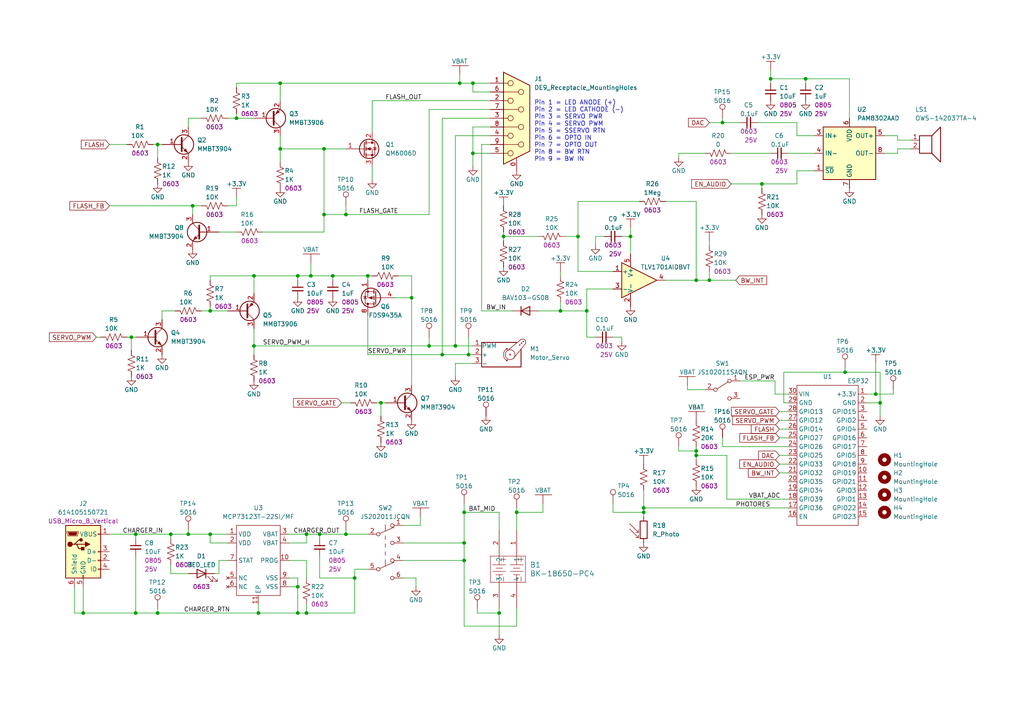
<source format=kicad_sch>
(kicad_sch (version 20230121) (generator eeschema)
  (paper "A4")
  (lib_symbols
    (symbol "Amplifier_Audio:PAM8302AAD"
      (property "Reference" "U" (at 7.62 11.43 0))
      (property "Value" "PAM8302AAD" (at 7.62 8.89 0))
      (symbol "PAM8302AAD_1_1"
        (pin input line (at -10.16 -5.08 0) (length 2.54) (name "~{SD}") (number "1"))
        (pin no_connect line (at 7.62 -5.08 180) (length 2.54) hide (name "NC") (number "2"))
        (pin input line (at -10.16 5.08 0) (length 2.54) (name "IN+") (number "3"))
        (pin input line (at -10.16 0 0) (length 2.54) (name "IN-") (number "4"))
        (pin output line (at 10.16 5.08 180) (length 2.54) (name "OUT+") (number "5"))
        (pin power_in line (at 0 10.16 270) (length 2.54) (name "VDD") (number "6"))
        (pin power_in line (at 0 -10.16 90) (length 2.54) (name "GND") (number "7"))
        (pin output line (at 10.16 0 180) (length 2.54) (name "OUT-") (number "8"))
      )
    )
    (symbol "Amplifier_Operational:TLV172IDCK" (pin_names (offset 0.127))
      (property "Reference" "U" (at 7.62 2.54 0))
      (property "Value" "TLV172IDCK" (at 11.43 -2.54 0))
      (symbol "TLV172IDCK_1_1"
        (pin input line (at -5.08 2.54 0) (length 2.54) (name "+") (number "1"))
        (pin power_in line (at 0 -7.62 90) (length 3.81) (name "V-") (number "2"))
        (pin input line (at -5.08 -2.54 0) (length 2.54) (name "-") (number "3"))
        (pin output line (at 10.16 0 180) (length 2.54) (name "~") (number "4"))
        (pin power_in line (at 0 7.62 270) (length 3.81) (name "V+") (number "5"))
      )
    )
    (symbol "Connector:DE9_Receptacle_MountingHoles" (pin_names (offset 1.016) hide)
      (property "Reference" "J" (at 0 16.51 0))
      (property "Value" "DE9_Receptacle_MountingHoles" (at 0 14.605 0))
      (symbol "DE9_Receptacle_MountingHoles_1_1"
        (pin passive line (at 0 -15.24 90) (length 3.81) (name "PAD") (number "0"))
        (pin passive line (at -7.62 10.16 0) (length 3.81) (name "1") (number "1"))
        (pin passive line (at -7.62 5.08 0) (length 3.81) (name "2") (number "2"))
        (pin passive line (at -7.62 0 0) (length 3.81) (name "3") (number "3"))
        (pin passive line (at -7.62 -5.08 0) (length 3.81) (name "4") (number "4"))
        (pin passive line (at -7.62 -10.16 0) (length 3.81) (name "5") (number "5"))
        (pin passive line (at -7.62 7.62 0) (length 3.81) (name "6") (number "6"))
        (pin passive line (at -7.62 2.54 0) (length 3.81) (name "7") (number "7"))
        (pin passive line (at -7.62 -2.54 0) (length 3.81) (name "8") (number "8"))
        (pin passive line (at -7.62 -7.62 0) (length 3.81) (name "9") (number "9"))
      )
    )
    (symbol "Connector:TestPoint" (pin_numbers hide) (pin_names (offset 0.762) hide)
      (property "Reference" "TP" (at 0 6.858 0))
      (property "Value" "TestPoint" (at 0 5.08 0))
      (symbol "TestPoint_1_1"
        (pin passive line (at 0 0 90) (length 2.54) (name "1") (number "1"))
      )
    )
    (symbol "Connector:USB_B_Micro" (pin_names (offset 1.016))
      (property "Reference" "J" (at -5.08 11.43 0))
      (property "Value" "USB_B_Micro" (at -5.08 8.89 0))
      (symbol "USB_B_Micro_1_1"
        (pin power_out line (at 7.62 5.08 180) (length 2.54) (name "VBUS") (number "1"))
        (pin bidirectional line (at 7.62 -2.54 180) (length 2.54) (name "D-") (number "2"))
        (pin bidirectional line (at 7.62 0 180) (length 2.54) (name "D+") (number "3"))
        (pin passive line (at 7.62 -5.08 180) (length 2.54) (name "ID") (number "4"))
        (pin power_out line (at 0 -10.16 90) (length 2.54) (name "GND") (number "5"))
        (pin passive line (at -2.54 -10.16 90) (length 2.54) (name "Shield") (number "6"))
      )
    )
    (symbol "Device:C_Small" (pin_numbers hide) (pin_names (offset 0.254) hide)
      (property "Reference" "C" (at 0.254 1.778 0))
      (property "Value" "C_Small" (at 0.254 -2.032 0))
      (symbol "C_Small_1_1"
        (pin passive line (at 0 2.54 270) (length 2.032) (name "~") (number "1"))
        (pin passive line (at 0 -2.54 90) (length 2.032) (name "~") (number "2"))
      )
    )
    (symbol "Device:LED" (pin_numbers hide) (pin_names (offset 1.016) hide)
      (property "Reference" "D" (at 0 2.54 0))
      (property "Value" "LED" (at 0 -2.54 0))
      (symbol "LED_1_1"
        (pin passive line (at -3.81 0 0) (length 2.54) (name "K") (number "1"))
        (pin passive line (at 3.81 0 180) (length 2.54) (name "A") (number "2"))
      )
    )
    (symbol "Device:R_Photo" (pin_numbers hide) (pin_names (offset 0))
      (property "Reference" "R" (at 1.27 1.27 0))
      (property "Value" "R_Photo" (at 1.27 0 0))
      (symbol "R_Photo_1_1"
        (pin passive line (at 0 3.81 270) (length 1.27) (name "~") (number "1"))
        (pin passive line (at 0 -3.81 90) (length 1.27) (name "~") (number "2"))
      )
    )
    (symbol "Device:R_US" (pin_numbers hide) (pin_names (offset 0))
      (property "Reference" "R" (at 2.54 0 90))
      (property "Value" "R_US" (at -2.54 0 90))
      (symbol "R_US_1_1"
        (pin passive line (at 0 3.81 270) (length 1.27) (name "~") (number "1"))
        (pin passive line (at 0 -3.81 90) (length 1.27) (name "~") (number "2"))
      )
    )
    (symbol "Device:Speaker" (pin_names (offset 0) hide)
      (property "Reference" "LS" (at 1.27 5.715 0))
      (property "Value" "Speaker" (at 1.27 3.81 0))
      (symbol "Speaker_1_1"
        (pin input line (at -5.08 0 0) (length 2.54) (name "1") (number "1"))
        (pin input line (at -5.08 -2.54 0) (length 2.54) (name "2") (number "2"))
      )
    )
    (symbol "Diode:LL4148" (pin_numbers hide) (pin_names hide)
      (property "Reference" "D" (at 0 2.54 0))
      (property "Value" "LL4148" (at 0 -2.54 0))
      (symbol "LL4148_1_1"
        (pin passive line (at -3.81 0 0) (length 2.54) (name "K") (number "1"))
        (pin passive line (at 3.81 0 180) (length 2.54) (name "A") (number "2"))
      )
    )
    (symbol "Jannett_Symbol_Library:+3.3V" (power) (pin_names (offset 0))
      (property "Value" "+3.3V" (at 0 3.81 0))
      (symbol "+3.3V_1_1"
        (pin power_in line (at 0 0 90) (length 0) hide (name "+3.3V") (number "1"))
      )
    )
    (symbol "Jannett_Symbol_Library:BK-18650-PC4" (pin_names (offset 0.254))
      (property "Reference" "B" (at 11.43 7.62 0))
      (property "Value" "BK-18650-PC4" (at 12.7 5.08 0))
      (symbol "BK-18650-PC4_0_1"
        (pin unspecified line (at 0 0 0) (length 7.62) (name "1") (number "1"))
        (pin unspecified line (at 0 -5.08 0) (length 7.62) (name "2") (number "2"))
        (pin unspecified line (at 22.86 -5.08 180) (length 7.62) (name "3") (number "3"))
        (pin unspecified line (at 22.86 0 180) (length 7.62) (name "4") (number "4"))
      )
    )
    (symbol "Jannett_Symbol_Library:ESP32_Module"
      (property "Reference" "U" (at 0 0 0))
      (symbol "ESP32_Module_1_1"
        (pin power_in line (at -2.54 -3.81 0) (length 2.54) (name "+3.3V") (number "1"))
        (pin bidirectional line (at -2.54 -26.67 0) (length 2.54) (name "GPIO19") (number "10"))
        (pin bidirectional line (at -2.54 -29.21 0) (length 2.54) (name "GPIO21") (number "11"))
        (pin bidirectional line (at -2.54 -31.75 0) (length 2.54) (name "GPIO3") (number "12"))
        (pin bidirectional line (at -2.54 -34.29 0) (length 2.54) (name "GPIO1") (number "13"))
        (pin bidirectional line (at -2.54 -36.83 0) (length 2.54) (name "GPIO22") (number "14"))
        (pin bidirectional line (at -2.54 -39.37 0) (length 2.54) (name "GPIO23") (number "15"))
        (pin bidirectional line (at 20.32 -39.37 180) (length 2.54) (name "EN") (number "16"))
        (pin bidirectional line (at 20.32 -36.83 180) (length 2.54) (name "GPIO36") (number "17"))
        (pin bidirectional line (at 20.32 -34.29 180) (length 2.54) (name "GPIO39") (number "18"))
        (pin bidirectional line (at 20.32 -31.75 180) (length 2.54) (name "GPIO34") (number "19"))
        (pin power_in line (at -2.54 -6.35 0) (length 2.54) (name "GND") (number "2"))
        (pin bidirectional line (at 20.32 -29.21 180) (length 2.54) (name "GPIO35") (number "20"))
        (pin bidirectional line (at 20.32 -26.67 180) (length 2.54) (name "GPIO32") (number "21"))
        (pin bidirectional line (at 20.32 -24.13 180) (length 2.54) (name "GPIO33") (number "22"))
        (pin bidirectional line (at 20.32 -21.59 180) (length 2.54) (name "GPIO25") (number "23"))
        (pin bidirectional line (at 20.32 -19.05 180) (length 2.54) (name "GPIO26") (number "24"))
        (pin bidirectional line (at 20.32 -16.51 180) (length 2.54) (name "GPIO27") (number "25"))
        (pin bidirectional line (at 20.32 -13.97 180) (length 2.54) (name "GPIO14") (number "26"))
        (pin bidirectional line (at 20.32 -11.43 180) (length 2.54) (name "GPIO12") (number "27"))
        (pin bidirectional line (at 20.32 -8.89 180) (length 2.54) (name "GPIO13") (number "28"))
        (pin power_in line (at 20.32 -6.35 180) (length 2.54) (name "GND") (number "29"))
        (pin bidirectional line (at -2.54 -8.89 0) (length 2.54) (name "GPIO15") (number "3"))
        (pin power_in line (at 20.32 -3.81 180) (length 2.54) (name "VIN") (number "30"))
        (pin bidirectional line (at -2.54 -11.43 0) (length 2.54) (name "GPIO2") (number "4"))
        (pin bidirectional line (at -2.54 -13.97 0) (length 2.54) (name "GPIO4") (number "5"))
        (pin bidirectional line (at -2.54 -16.51 0) (length 2.54) (name "GPIO16") (number "6"))
        (pin bidirectional line (at -2.54 -19.05 0) (length 2.54) (name "GPIO17") (number "7"))
        (pin bidirectional line (at -2.54 -21.59 0) (length 2.54) (name "GPIO5") (number "8"))
        (pin bidirectional line (at -2.54 -24.13 0) (length 2.54) (name "GPIO18") (number "9"))
      )
    )
    (symbol "Jannett_Symbol_Library:MCP73123T-22SI/MF"
      (property "Reference" "U" (at 0 2.54 0))
      (property "Value" "MCP73123T-22SI/MF" (at 0 0 0))
      (symbol "MCP73123T-22SI/MF_1_1"
        (pin power_in line (at -8.89 -3.81 0) (length 2.54) (name "VDD") (number "1"))
        (pin input line (at 8.89 -11.43 180) (length 2.54) (name "PROG") (number "10"))
        (pin power_in line (at 0 -24.13 90) (length 2.54) (name "EP") (number "11"))
        (pin power_in line (at -8.89 -6.35 0) (length 2.54) (name "VDD") (number "2"))
        (pin power_out line (at 8.89 -3.81 180) (length 2.54) (name "VBAT") (number "3"))
        (pin power_out line (at 8.89 -6.35 180) (length 2.54) (name "VBAT") (number "4"))
        (pin no_connect line (at -8.89 -16.51 0) (length 2.54) (name "NC") (number "5"))
        (pin no_connect line (at -8.89 -19.05 0) (length 2.54) (name "NC") (number "6"))
        (pin output line (at -8.89 -11.43 0) (length 2.54) (name "STAT") (number "7"))
        (pin power_in line (at 8.89 -19.05 180) (length 2.54) (name "VSS") (number "8"))
        (pin power_in line (at 8.89 -16.51 180) (length 2.54) (name "VSS") (number "9"))
      )
    )
    (symbol "Jannett_Symbol_Library:VBAT" (power) (pin_names (offset 0))
      (property "Value" "VBAT" (at 0 3.81 0))
      (symbol "VBAT_1_1"
        (pin power_in line (at 0 0 90) (length 0) hide (name "VBAT") (number "1"))
      )
    )
    (symbol "Mechanical:MountingHole" (pin_names (offset 1.016))
      (property "Reference" "H" (at 0 5.08 0))
      (property "Value" "MountingHole" (at 0 3.175 0))
    )
    (symbol "Motor:Motor_Servo" (pin_names (offset 0.0254))
      (property "Reference" "M" (at -5.08 4.445 0))
      (property "Value" "Motor_Servo" (at -5.08 -4.064 0))
      (symbol "Motor_Servo_1_1"
        (pin passive line (at -7.62 2.54 0) (length 2.54) (name "PWM") (number "1"))
        (pin passive line (at -7.62 0 0) (length 2.54) (name "+") (number "2"))
        (pin passive line (at -7.62 -2.54 0) (length 2.54) (name "-") (number "3"))
      )
    )
    (symbol "Switch:SW_Push_DPDT" (pin_names (offset 0) hide)
      (property "Reference" "SW" (at 0 8.89 0))
      (property "Value" "SW_Push_DPDT" (at 0 -10.16 0))
      (symbol "SW_Push_DPDT_1_1"
        (pin passive line (at 5.08 7.62 180) (length 2.54) (name "A") (number "1"))
        (pin passive line (at -5.08 5.08 0) (length 2.54) (name "B") (number "2"))
        (pin passive line (at 5.08 2.54 180) (length 2.54) (name "C") (number "3"))
        (pin passive line (at 5.08 -2.54 180) (length 2.54) (name "A") (number "4"))
        (pin passive line (at -5.08 -5.08 0) (length 2.54) (name "B") (number "5"))
        (pin passive line (at 5.08 -7.62 180) (length 2.54) (name "C") (number "6"))
      )
    )
    (symbol "Switch:SW_SPDT" (pin_names (offset 0) hide)
      (property "Reference" "SW" (at 0 4.318 0))
      (property "Value" "SW_SPDT" (at 0 -5.08 0))
      (symbol "SW_SPDT_1_1"
        (pin passive line (at 5.08 2.54 180) (length 2.54) (name "A") (number "1"))
        (pin passive line (at -5.08 0 0) (length 2.54) (name "B") (number "2"))
        (pin passive line (at 5.08 -2.54 180) (length 2.54) (name "C") (number "3"))
      )
    )
    (symbol "Transistor_BJT:MMBT3904" (pin_names (offset 0) hide)
      (property "Reference" "Q" (at 5.08 1.905 0))
      (property "Value" "MMBT3904" (at 5.08 0 0))
      (symbol "MMBT3904_1_1"
        (pin input line (at -5.08 0 0) (length 5.715) (name "B") (number "1"))
        (pin passive line (at 2.54 -5.08 90) (length 2.54) (name "E") (number "2"))
        (pin passive line (at 2.54 5.08 270) (length 2.54) (name "C") (number "3"))
      )
    )
    (symbol "Transistor_BJT:MMBT3906" (pin_names (offset 0) hide)
      (property "Reference" "Q" (at 5.08 1.905 0))
      (property "Value" "MMBT3906" (at 5.08 0 0))
      (symbol "MMBT3906_1_1"
        (pin input line (at -5.08 0 0) (length 5.715) (name "B") (number "1"))
        (pin passive line (at 2.54 -5.08 90) (length 2.54) (name "E") (number "2"))
        (pin passive line (at 2.54 5.08 270) (length 2.54) (name "C") (number "3"))
      )
    )
    (symbol "Transistor_FET:FDS9435A" (pin_names hide)
      (property "Reference" "Q" (at 5.08 1.905 0))
      (property "Value" "FDS9435A" (at 5.08 0 0))
      (symbol "FDS9435A_1_1"
        (pin passive line (at 2.54 -5.08 90) (length 2.54) (name "S") (number "1"))
        (pin passive line (at 2.54 -5.08 90) (length 2.54) hide (name "S") (number "2"))
        (pin passive line (at 2.54 -5.08 90) (length 2.54) hide (name "S") (number "3"))
        (pin passive line (at -5.08 0 0) (length 2.54) (name "G") (number "4"))
        (pin passive line (at 2.54 5.08 270) (length 2.54) hide (name "D") (number "5"))
        (pin passive line (at 2.54 5.08 270) (length 2.54) hide (name "D") (number "6"))
        (pin passive line (at 2.54 5.08 270) (length 2.54) hide (name "D") (number "7"))
        (pin passive line (at 2.54 5.08 270) (length 2.54) (name "D") (number "8"))
      )
    )
    (symbol "Transistor_FET:QM6006D" (pin_names hide)
      (property "Reference" "Q" (at 5.08 1.905 0))
      (property "Value" "QM6006D" (at 5.08 0 0))
      (symbol "QM6006D_1_1"
        (pin input line (at -5.08 0 0) (length 2.54) (name "G") (number "1"))
        (pin passive line (at 2.54 5.08 270) (length 2.54) (name "D") (number "2"))
        (pin passive line (at 2.54 -5.08 90) (length 2.54) (name "S") (number "3"))
      )
    )
    (symbol "power:GND" (power) (pin_names (offset 0))
      (property "Value" "GND" (at 0 -3.81 0))
      (symbol "GND_1_1"
        (pin power_in line (at 0 0 270) (length 0) hide (name "GND") (number "1"))
      )
    )
  )
  (junction (at 90.17 80.01))
  (junction (at 201.93 81.28))
  (junction (at 45.72 41.91))
  (junction (at 124.46 100.33))
  (junction (at 186.69 148.59))
  (junction (at 133.35 24.13))
  (junction (at 254 114.3))
  (junction (at 144.78 177.8))
  (junction (at 39.37 177.8))
  (junction (at 96.52 80.01))
  (junction (at 73.66 100.33))
  (junction (at 45.72 177.8))
  (junction (at 24.13 177.8))
  (junction (at 119.38 86.36))
  (junction (at 100.33 154.94))
  (junction (at 86.36 177.8))
  (junction (at 182.88 68.58))
  (junction (at 209.55 35.56))
  (junction (at 233.68 22.86))
  (junction (at 60.96 154.94))
  (junction (at 137.16 24.13))
  (junction (at 135.89 102.87))
  (junction (at 146.05 68.58))
  (junction (at 88.9 177.8))
  (junction (at 205.74 81.28))
  (junction (at 93.98 43.18))
  (junction (at 60.96 90.17))
  (junction (at 132.08 100.33))
  (junction (at 162.56 90.17))
  (junction (at 92.71 154.94))
  (junction (at 201.93 130.81))
  (junction (at 93.98 62.23))
  (junction (at 73.66 80.01))
  (junction (at 81.28 24.13))
  (junction (at 245.11 107.95))
  (junction (at 86.36 80.01))
  (junction (at 167.64 68.58))
  (junction (at 74.93 177.8))
  (junction (at 49.53 154.94))
  (junction (at 223.52 22.86))
  (junction (at 186.69 147.32))
  (junction (at 149.86 148.59))
  (junction (at 68.58 34.29))
  (junction (at 134.62 148.59))
  (junction (at 134.62 157.48))
  (junction (at 201.93 132.08))
  (junction (at 86.36 170.18))
  (junction (at 88.9 154.94))
  (junction (at 39.37 154.94))
  (junction (at 110.49 116.84))
  (junction (at 170.18 90.17))
  (junction (at 220.98 53.34))
  (junction (at 128.27 102.87))
  (junction (at 81.28 43.18))
  (junction (at 134.62 162.56))
  (junction (at 255.27 116.84))
  (junction (at 54.61 154.94))
  (junction (at 137.16 44.45))
  (junction (at 102.87 167.64))
  (junction (at 38.1 97.79))
  (junction (at 100.33 62.23))
  (junction (at 106.68 80.01))
  (junction (at 55.88 59.69))
  (wire (pts (xy 132.08 100.33) (xy 137.16 100.33)))
  (wire (pts (xy 137.16 24.13) (xy 137.16 26.67)))
  (wire (pts (xy 73.66 95.25) (xy 73.66 100.33)))
  (wire (pts (xy 63.5 67.31) (xy 68.58 67.31)))
  (wire (pts (xy 231.14 35.56) (xy 231.14 39.37)))
  (wire (pts (xy 201.93 129.54) (xy 201.93 130.81)))
  (wire (pts (xy 226.06 119.38) (xy 228.6 119.38)))
  (wire (pts (xy 255.27 107.95) (xy 255.27 116.84)))
  (wire (pts (xy 54.61 34.29) (xy 58.42 34.29)))
  (wire (pts (xy 157.48 146.05) (xy 157.48 148.59)))
  (wire (pts (xy 93.98 62.23) (xy 100.33 62.23)))
  (wire (pts (xy 45.72 176.53) (xy 45.72 177.8)))
  (wire (pts (xy 205.74 78.74) (xy 205.74 81.28)))
  (wire (pts (xy 68.58 25.4) (xy 68.58 24.13)))
  (wire (pts (xy 31.75 154.94) (xy 39.37 154.94)))
  (wire (pts (xy 186.69 142.24) (xy 186.69 147.32)))
  (wire (pts (xy 156.21 90.17) (xy 162.56 90.17)))
  (wire (pts (xy 81.28 43.18) (xy 93.98 43.18)))
  (wire (pts (xy 180.34 68.58) (xy 182.88 68.58)))
  (wire (pts (xy 220.98 53.34) (xy 220.98 54.61)))
  (wire (pts (xy 116.84 162.56) (xy 134.62 162.56)))
  (wire (pts (xy 142.24 44.45) (xy 137.16 44.45)))
  (wire (pts (xy 137.16 36.83) (xy 137.16 44.45)))
  (wire (pts (xy 177.8 148.59) (xy 186.69 148.59)))
  (wire (pts (xy 146.05 68.58) (xy 146.05 69.85)))
  (wire (pts (xy 90.17 80.01) (xy 96.52 80.01)))
  (wire (pts (xy 86.36 177.8) (xy 86.36 170.18)))
  (wire (pts (xy 92.71 154.94) (xy 92.71 156.21)))
  (wire (pts (xy 107.95 29.21) (xy 107.95 38.1)))
  (wire (pts (xy 132.08 105.41) (xy 132.08 109.22)))
  (wire (pts (xy 121.92 152.4) (xy 116.84 152.4)))
  (wire (pts (xy 182.88 66.04) (xy 182.88 68.58)))
  (wire (pts (xy 149.86 148.59) (xy 149.86 153.67)))
  (wire (pts (xy 36.83 97.79) (xy 38.1 97.79)))
  (wire (pts (xy 24.13 170.18) (xy 24.13 177.8)))
  (wire (pts (xy 137.16 105.41) (xy 132.08 105.41)))
  (wire (pts (xy 62.23 166.37) (xy 63.5 166.37)))
  (wire (pts (xy 231.14 39.37) (xy 236.22 39.37)))
  (wire (pts (xy 102.87 167.64) (xy 102.87 165.1)))
  (wire (pts (xy 210.82 132.08) (xy 201.93 132.08)))
  (wire (pts (xy 170.18 90.17) (xy 170.18 83.82)))
  (wire (pts (xy 102.87 177.8) (xy 102.87 167.64)))
  (wire (pts (xy 256.54 39.37) (xy 260.35 39.37)))
  (wire (pts (xy 66.04 34.29) (xy 68.58 34.29)))
  (wire (pts (xy 186.69 147.32) (xy 186.69 148.59)))
  (wire (pts (xy 227.33 107.95) (xy 245.11 107.95)))
  (wire (pts (xy 46.99 92.71) (xy 46.99 90.17)))
  (wire (pts (xy 55.88 62.23) (xy 55.88 59.69)))
  (wire (pts (xy 27.94 97.79) (xy 29.21 97.79)))
  (wire (pts (xy 142.24 26.67) (xy 137.16 26.67)))
  (wire (pts (xy 92.71 161.29) (xy 92.71 167.64)))
  (wire (pts (xy 172.72 68.58) (xy 172.72 71.12)))
  (wire (pts (xy 201.93 132.08) (xy 201.93 133.35)))
  (wire (pts (xy 106.68 91.44) (xy 106.68 102.87)))
  (wire (pts (xy 73.66 100.33) (xy 73.66 102.87)))
  (wire (pts (xy 109.22 116.84) (xy 110.49 116.84)))
  (wire (pts (xy 167.64 78.74) (xy 177.8 78.74)))
  (wire (pts (xy 83.82 162.56) (xy 88.9 162.56)))
  (wire (pts (xy 74.93 175.26) (xy 74.93 177.8)))
  (wire (pts (xy 76.2 67.31) (xy 93.98 67.31)))
  (wire (pts (xy 177.8 97.79) (xy 180.34 97.79)))
  (wire (pts (xy 142.24 29.21) (xy 107.95 29.21)))
  (wire (pts (xy 167.64 68.58) (xy 163.83 68.58)))
  (wire (pts (xy 149.86 147.32) (xy 149.86 148.59)))
  (wire (pts (xy 224.79 114.3) (xy 228.6 114.3)))
  (wire (pts (xy 226.06 132.08) (xy 228.6 132.08)))
  (wire (pts (xy 83.82 154.94) (xy 88.9 154.94)))
  (wire (pts (xy 170.18 83.82) (xy 177.8 83.82)))
  (wire (pts (xy 185.42 58.42) (xy 167.64 58.42)))
  (wire (pts (xy 259.08 113.03) (xy 259.08 114.3)))
  (wire (pts (xy 204.47 44.45) (xy 196.85 44.45)))
  (wire (pts (xy 260.35 39.37) (xy 260.35 40.64)))
  (wire (pts (xy 177.8 146.05) (xy 177.8 148.59)))
  (wire (pts (xy 49.53 154.94) (xy 49.53 156.21)))
  (wire (pts (xy 100.33 153.67) (xy 100.33 154.94)))
  (wire (pts (xy 144.78 148.59) (xy 144.78 153.67)))
  (wire (pts (xy 60.96 80.01) (xy 73.66 80.01)))
  (wire (pts (xy 106.68 102.87) (xy 128.27 102.87)))
  (wire (pts (xy 124.46 97.79) (xy 124.46 100.33)))
  (wire (pts (xy 228.6 144.78) (xy 210.82 144.78)))
  (wire (pts (xy 68.58 33.02) (xy 68.58 34.29)))
  (wire (pts (xy 24.13 177.8) (xy 39.37 177.8)))
  (wire (pts (xy 38.1 97.79) (xy 39.37 97.79)))
  (wire (pts (xy 223.52 22.86) (xy 223.52 24.13)))
  (wire (pts (xy 228.6 116.84) (xy 227.33 116.84)))
  (wire (pts (xy 114.3 86.36) (xy 119.38 86.36)))
  (wire (pts (xy 254 105.41) (xy 254 114.3)))
  (wire (pts (xy 54.61 153.67) (xy 54.61 154.94)))
  (wire (pts (xy 142.24 34.29) (xy 128.27 34.29)))
  (wire (pts (xy 90.17 76.2) (xy 90.17 80.01)))
  (wire (pts (xy 128.27 102.87) (xy 135.89 102.87)))
  (wire (pts (xy 110.49 116.84) (xy 111.76 116.84)))
  (wire (pts (xy 245.11 106.68) (xy 245.11 107.95)))
  (wire (pts (xy 86.36 80.01) (xy 86.36 81.28)))
  (wire (pts (xy 44.45 41.91) (xy 45.72 41.91)))
  (wire (pts (xy 116.84 157.48) (xy 134.62 157.48)))
  (wire (pts (xy 210.82 144.78) (xy 210.82 132.08)))
  (wire (pts (xy 156.21 68.58) (xy 146.05 68.58)))
  (wire (pts (xy 88.9 175.26) (xy 88.9 177.8)))
  (wire (pts (xy 137.16 24.13) (xy 142.24 24.13)))
  (wire (pts (xy 134.62 157.48) (xy 134.62 162.56)))
  (wire (pts (xy 233.68 22.86) (xy 233.68 24.13)))
  (wire (pts (xy 205.74 35.56) (xy 209.55 35.56)))
  (wire (pts (xy 21.59 170.18) (xy 21.59 177.8)))
  (wire (pts (xy 186.69 147.32) (xy 228.6 147.32)))
  (wire (pts (xy 86.36 170.18) (xy 83.82 170.18)))
  (wire (pts (xy 49.53 154.94) (xy 54.61 154.94)))
  (wire (pts (xy 102.87 165.1) (xy 106.68 165.1)))
  (wire (pts (xy 144.78 177.8) (xy 144.78 184.15)))
  (wire (pts (xy 135.89 102.87) (xy 137.16 102.87)))
  (wire (pts (xy 146.05 67.31) (xy 146.05 68.58)))
  (wire (pts (xy 223.52 20.32) (xy 223.52 22.86)))
  (wire (pts (xy 167.64 68.58) (xy 167.64 78.74)))
  (wire (pts (xy 170.18 97.79) (xy 172.72 97.79)))
  (wire (pts (xy 170.18 90.17) (xy 170.18 97.79)))
  (wire (pts (xy 138.43 176.53) (xy 138.43 177.8)))
  (wire (pts (xy 186.69 148.59) (xy 186.69 149.86)))
  (wire (pts (xy 251.46 114.3) (xy 254 114.3)))
  (wire (pts (xy 60.96 88.9) (xy 60.96 90.17)))
  (wire (pts (xy 93.98 43.18) (xy 100.33 43.18)))
  (wire (pts (xy 220.98 53.34) (xy 231.14 53.34)))
  (wire (pts (xy 209.55 129.54) (xy 228.6 129.54)))
  (wire (pts (xy 49.53 163.83) (xy 49.53 166.37)))
  (wire (pts (xy 139.7 90.17) (xy 148.59 90.17)))
  (wire (pts (xy 255.27 116.84) (xy 255.27 120.65)))
  (wire (pts (xy 81.28 43.18) (xy 81.28 46.99)))
  (wire (pts (xy 96.52 80.01) (xy 106.68 80.01)))
  (wire (pts (xy 212.09 44.45) (xy 223.52 44.45)))
  (wire (pts (xy 137.16 44.45) (xy 137.16 48.26)))
  (wire (pts (xy 180.34 97.79) (xy 180.34 99.06)))
  (wire (pts (xy 196.85 130.81) (xy 201.93 130.81)))
  (wire (pts (xy 134.62 148.59) (xy 144.78 148.59)))
  (wire (pts (xy 212.09 53.34) (xy 220.98 53.34)))
  (wire (pts (xy 256.54 44.45) (xy 260.35 44.45)))
  (wire (pts (xy 100.33 62.23) (xy 124.46 62.23)))
  (wire (pts (xy 100.33 154.94) (xy 106.68 154.94)))
  (wire (pts (xy 39.37 177.8) (xy 45.72 177.8)))
  (wire (pts (xy 227.33 116.84) (xy 227.33 107.95)))
  (wire (pts (xy 236.22 49.53) (xy 231.14 49.53)))
  (wire (pts (xy 134.62 157.48) (xy 134.62 148.59)))
  (wire (pts (xy 45.72 41.91) (xy 45.72 45.72)))
  (wire (pts (xy 162.56 90.17) (xy 170.18 90.17)))
  (wire (pts (xy 135.89 97.79) (xy 135.89 102.87)))
  (wire (pts (xy 74.93 177.8) (xy 86.36 177.8)))
  (wire (pts (xy 224.79 110.49) (xy 224.79 114.3)))
  (wire (pts (xy 31.75 59.69) (xy 55.88 59.69)))
  (wire (pts (xy 231.14 35.56) (xy 219.71 35.56)))
  (wire (pts (xy 245.11 107.95) (xy 255.27 107.95)))
  (wire (pts (xy 45.72 177.8) (xy 74.93 177.8)))
  (wire (pts (xy 124.46 31.75) (xy 142.24 31.75)))
  (wire (pts (xy 66.04 59.69) (xy 68.58 59.69)))
  (wire (pts (xy 68.58 34.29) (xy 73.66 34.29)))
  (wire (pts (xy 149.86 176.53) (xy 149.86 181.61)))
  (wire (pts (xy 31.75 41.91) (xy 36.83 41.91)))
  (wire (pts (xy 73.66 85.09) (xy 73.66 80.01)))
  (wire (pts (xy 226.06 137.16) (xy 228.6 137.16)))
  (wire (pts (xy 73.66 100.33) (xy 124.46 100.33)))
  (wire (pts (xy 251.46 116.84) (xy 255.27 116.84)))
  (wire (pts (xy 228.6 44.45) (xy 236.22 44.45)))
  (wire (pts (xy 88.9 177.8) (xy 102.87 177.8)))
  (wire (pts (xy 119.38 86.36) (xy 119.38 111.76)))
  (wire (pts (xy 58.42 90.17) (xy 60.96 90.17)))
  (wire (pts (xy 115.57 80.01) (xy 119.38 80.01)))
  (wire (pts (xy 260.35 40.64) (xy 264.16 40.64)))
  (wire (pts (xy 259.08 114.3) (xy 254 114.3)))
  (wire (pts (xy 88.9 154.94) (xy 92.71 154.94)))
  (wire (pts (xy 199.39 111.76) (xy 199.39 113.03)))
  (wire (pts (xy 201.93 81.28) (xy 205.74 81.28)))
  (wire (pts (xy 60.96 90.17) (xy 66.04 90.17)))
  (wire (pts (xy 81.28 39.37) (xy 81.28 43.18)))
  (wire (pts (xy 92.71 167.64) (xy 102.87 167.64)))
  (wire (pts (xy 119.38 80.01) (xy 119.38 86.36)))
  (wire (pts (xy 49.53 166.37) (xy 54.61 166.37)))
  (wire (pts (xy 88.9 154.94) (xy 88.9 157.48)))
  (wire (pts (xy 226.06 127) (xy 228.6 127)))
  (wire (pts (xy 133.35 21.59) (xy 133.35 24.13)))
  (wire (pts (xy 138.43 177.8) (xy 144.78 177.8)))
  (wire (pts (xy 226.06 121.92) (xy 228.6 121.92)))
  (wire (pts (xy 199.39 113.03) (xy 204.47 113.03)))
  (wire (pts (xy 86.36 80.01) (xy 90.17 80.01)))
  (wire (pts (xy 231.14 49.53) (xy 231.14 53.34)))
  (wire (pts (xy 99.06 116.84) (xy 101.6 116.84)))
  (wire (pts (xy 139.7 41.91) (xy 139.7 90.17)))
  (wire (pts (xy 63.5 162.56) (xy 66.04 162.56)))
  (wire (pts (xy 201.93 130.81) (xy 201.93 132.08)))
  (wire (pts (xy 246.38 22.86) (xy 246.38 34.29)))
  (wire (pts (xy 92.71 154.94) (xy 100.33 154.94)))
  (wire (pts (xy 60.96 157.48) (xy 60.96 154.94)))
  (wire (pts (xy 93.98 43.18) (xy 93.98 62.23)))
  (wire (pts (xy 68.58 24.13) (xy 81.28 24.13)))
  (wire (pts (xy 167.64 58.42) (xy 167.64 68.58)))
  (wire (pts (xy 120.65 167.64) (xy 120.65 170.18)))
  (wire (pts (xy 93.98 67.31) (xy 93.98 62.23)))
  (wire (pts (xy 196.85 44.45) (xy 196.85 45.72)))
  (wire (pts (xy 73.66 80.01) (xy 86.36 80.01)))
  (wire (pts (xy 132.08 100.33) (xy 132.08 39.37)))
  (wire (pts (xy 83.82 167.64) (xy 86.36 167.64)))
  (wire (pts (xy 157.48 148.59) (xy 149.86 148.59)))
  (wire (pts (xy 39.37 154.94) (xy 49.53 154.94)))
  (wire (pts (xy 175.26 68.58) (xy 172.72 68.58)))
  (wire (pts (xy 133.35 24.13) (xy 137.16 24.13)))
  (wire (pts (xy 60.96 81.28) (xy 60.96 80.01)))
  (wire (pts (xy 226.06 124.46) (xy 228.6 124.46)))
  (wire (pts (xy 246.38 22.86) (xy 233.68 22.86)))
  (wire (pts (xy 45.72 41.91) (xy 46.99 41.91)))
  (wire (pts (xy 63.5 166.37) (xy 63.5 162.56)))
  (wire (pts (xy 214.63 110.49) (xy 224.79 110.49)))
  (wire (pts (xy 205.74 81.28) (xy 213.36 81.28)))
  (wire (pts (xy 66.04 157.48) (xy 60.96 157.48)))
  (wire (pts (xy 21.59 177.8) (xy 24.13 177.8)))
  (wire (pts (xy 124.46 62.23) (xy 124.46 31.75)))
  (wire (pts (xy 134.62 146.05) (xy 134.62 148.59)))
  (wire (pts (xy 60.96 154.94) (xy 66.04 154.94)))
  (wire (pts (xy 233.68 22.86) (xy 223.52 22.86)))
  (wire (pts (xy 144.78 176.53) (xy 144.78 177.8)))
  (wire (pts (xy 96.52 80.01) (xy 96.52 81.28)))
  (wire (pts (xy 260.35 44.45) (xy 260.35 43.18)))
  (wire (pts (xy 142.24 41.91) (xy 139.7 41.91)))
  (wire (pts (xy 209.55 127) (xy 209.55 129.54)))
  (wire (pts (xy 260.35 43.18) (xy 264.16 43.18)))
  (wire (pts (xy 134.62 162.56) (xy 134.62 181.61)))
  (wire (pts (xy 226.06 134.62) (xy 228.6 134.62)))
  (wire (pts (xy 149.86 181.61) (xy 134.62 181.61)))
  (wire (pts (xy 162.56 78.74) (xy 162.56 80.01)))
  (wire (pts (xy 209.55 34.29) (xy 209.55 35.56)))
  (wire (pts (xy 116.84 167.64) (xy 120.65 167.64)))
  (wire (pts (xy 124.46 100.33) (xy 132.08 100.33)))
  (wire (pts (xy 107.95 52.07) (xy 107.95 48.26)))
  (wire (pts (xy 88.9 157.48) (xy 83.82 157.48)))
  (wire (pts (xy 196.85 129.54) (xy 196.85 130.81)))
  (wire (pts (xy 162.56 87.63) (xy 162.56 90.17)))
  (wire (pts (xy 81.28 29.21) (xy 81.28 24.13)))
  (wire (pts (xy 86.36 167.64) (xy 86.36 170.18)))
  (wire (pts (xy 88.9 177.8) (xy 86.36 177.8)))
  (wire (pts (xy 128.27 34.29) (xy 128.27 102.87)))
  (wire (pts (xy 106.68 81.28) (xy 106.68 80.01)))
  (wire (pts (xy 88.9 162.56) (xy 88.9 167.64)))
  (wire (pts (xy 39.37 154.94) (xy 39.37 156.21)))
  (wire (pts (xy 110.49 116.84) (xy 110.49 120.65)))
  (wire (pts (xy 142.24 36.83) (xy 137.16 36.83)))
  (wire (pts (xy 205.74 69.85) (xy 205.74 71.12)))
  (wire (pts (xy 54.61 36.83) (xy 54.61 34.29)))
  (wire (pts (xy 209.55 35.56) (xy 214.63 35.56)))
  (wire (pts (xy 106.68 80.01) (xy 107.95 80.01)))
  (wire (pts (xy 121.92 149.86) (xy 121.92 152.4)))
  (wire (pts (xy 81.28 24.13) (xy 133.35 24.13)))
  (wire (pts (xy 201.93 81.28) (xy 193.04 81.28)))
  (wire (pts (xy 38.1 97.79) (xy 38.1 101.6)))
  (wire (pts (xy 55.88 59.69) (xy 58.42 59.69)))
  (wire (pts (xy 182.88 68.58) (xy 182.88 73.66)))
  (wire (pts (xy 68.58 57.15) (xy 68.58 59.69)))
  (wire (pts (xy 54.61 154.94) (xy 60.96 154.94)))
  (wire (pts (xy 132.08 39.37) (xy 142.24 39.37)))
  (wire (pts (xy 100.33 59.69) (xy 100.33 62.23)))
  (wire (pts (xy 39.37 161.29) (xy 39.37 177.8)))
  (wire (pts (xy 193.04 58.42) (xy 201.93 58.42)))
  (wire (pts (xy 201.93 58.42) (xy 201.93 81.28)))
  (wire (pts (xy 46.99 90.17) (xy 50.8 90.17)))
  (text "Pin 1 = LED ANODE (+)\nPin 2 = LED CATHODE (-)\nPin 3 = SERVO PWR\nPin 4 = SERVO PWM\nPin 5 = SSERVO RTN\nPin 6 = OPTO IN\nPin 7 = OPTO OUT\nPin 8 = BW RTN\nPin 9 = BW IN" (at 154.94 46.99 0) (effects (font (size 1.27 1.27)) (justify left bottom)))
  (label "BAT_MID" (at 135.89 148.59 0))
  (label "SERVO_PWR" (at 106.68 102.87 0))
  (label "FLASH_OUT" (at 111.76 29.21 0))
  (label "BW_IN" (at 140.97 90.17 0))
  (label "CHARGER_IN" (at 35.56 154.94 0))
  (label "CHARGER_OUT" (at 85.09 154.94 0))
  (label "SERVO_PWM_H" (at 76.2 100.33 0))
  (label "ESP_PWR" (at 215.9 110.49 0))
  (label "CHARGER_RTN" (at 53.34 177.8 0))
  (label "FLASH_GATE" (at 104.14 62.23 0))
  (label "PHOTORES" (at 213.36 147.32 0))
  (label "VBAT_ADC" (at 217.17 144.78 0))
  (global_label "FLASH_FB" (shape input) (at 226.06 127 180) (property "Intersheetrefs" "${INTERSHEET_REFS}" (effects hide)))
  (global_label "BW_INT" (shape input) (at 226.06 137.16 180) (property "Intersheetrefs" "${INTERSHEET_REFS}" (effects hide)))
  (global_label "FLASH" (shape input) (at 31.75 41.91 180) (property "Intersheetrefs" "${INTERSHEET_REFS}" (effects hide)))
  (global_label "FLASH" (shape input) (at 226.06 124.46 180) (property "Intersheetrefs" "${INTERSHEET_REFS}" (effects hide)))
  (global_label "BW_INT" (shape input) (at 213.36 81.28 0) (property "Intersheetrefs" "${INTERSHEET_REFS}" (effects hide)))
  (global_label "FLASH_FB" (shape input) (at 31.75 59.69 180) (property "Intersheetrefs" "${INTERSHEET_REFS}" (effects hide)))
  (global_label "SERVO_GATE" (shape input) (at 99.06 116.84 180) (property "Intersheetrefs" "${INTERSHEET_REFS}" (effects hide)))
  (global_label "EN_AUDIO" (shape input) (at 226.06 134.62 180) (property "Intersheetrefs" "${INTERSHEET_REFS}" (effects hide)))
  (global_label "SERVO_GATE" (shape input) (at 226.06 119.38 180) (property "Intersheetrefs" "${INTERSHEET_REFS}" (effects hide)))
  (global_label "DAC" (shape input) (at 226.06 132.08 180) (property "Intersheetrefs" "${INTERSHEET_REFS}" (effects hide)))
  (global_label "EN_AUDIO" (shape input) (at 212.09 53.34 180) (property "Intersheetrefs" "${INTERSHEET_REFS}" (effects hide)))
  (global_label "SERVO_PWM" (shape input) (at 27.94 97.79 180) (property "Intersheetrefs" "${INTERSHEET_REFS}" (effects hide)))
  (global_label "SERVO_PWM" (shape input) (at 226.06 121.92 180) (property "Intersheetrefs" "${INTERSHEET_REFS}" (effects hide)))
  (global_label "DAC" (shape input) (at 205.74 35.56 180) (property "Intersheetrefs" "${INTERSHEET_REFS}" (effects hide)))
  (symbol (lib_id "Connector:TestPoint") (at 245.11 106.68 0) (unit 1)
    (property "Reference" "TP6" (at 242.57 99.06 0) (effects (justify left)))
    (property "Value" "5016" (at 242.57 101.6 0) (effects (justify left)))
    (property "Footprint" "Jarrett_Footprint_Library:TestPoint_Keystone_5016_Compact" (effects hide))
  )
  (symbol (lib_id "Device:C_Small") (at 86.36 83.82 0) (unit 1)
    (property "Reference" "C3" (at 88.9 82.5563 0) (effects (justify left)))
    (property "Value" "10uF" (at 88.9 85.0963 0) (effects (justify left)))
    (property "Footprint" "Capacitor_SMD:C_0805_2012Metric_Pad1.18x1.45mm_HandSolder" (effects hide))
    (property "Package" "0805" (at 88.9 87.63 0) (effects (justify left)))
    (property "Voltage" "25V" (at 88.9 90.17 0) (effects (justify left)))
  )
  (symbol (lib_id "Device:C_Small") (at 92.71 158.75 0) (unit 1)
    (property "Reference" "C7" (at 95.25 157.4863 0) (effects (justify left)))
    (property "Value" "10uF" (at 95.25 160.0263 0) (effects (justify left)))
    (property "Footprint" "Capacitor_SMD:C_0805_2012Metric_Pad1.18x1.45mm_HandSolder" (effects hide))
    (property "Package" "0805" (at 95.25 162.56 0) (effects (justify left)))
    (property "Voltage" "25V" (at 95.25 165.1 0) (effects (justify left)))
  )
  (symbol (lib_id "power:GND") (at 96.52 86.36 0) (unit 1)
    (property "Reference" "#PWR032" (effects hide))
    (property "Value" "GND" (at 96.52 90.17 0))
  )
  (symbol (lib_id "Mechanical:MountingHole") (at 256.54 148.59 0) (unit 1)
    (property "Reference" "H4" (at 259.08 147.32 0) (effects (justify left)))
    (property "Value" "MountingHole" (at 259.08 149.86 0) (effects (justify left)))
    (property "Footprint" "MountingHole:MountingHole_3.2mm_M3" (effects hide))
  )
  (symbol (lib_id "Device:C_Small") (at 226.06 44.45 90) (unit 1)
    (property "Reference" "C6" (at 227.33 39.37 90) (effects (justify left)))
    (property "Value" "0.1uF" (at 223.52 41.91 90) (effects (justify right)))
    (property "Footprint" "Capacitor_SMD:C_0603_1608Metric_Pad1.08x0.95mm_HandSolder" (effects hide))
    (property "Package" "0603" (at 223.52 46.99 90) (effects (justify right)))
    (property "Voltage" "25V" (at 224.79 49.53 90) (effects (justify right)))
  )
  (symbol (lib_id "power:GND") (at 110.49 128.27 0) (unit 1)
    (property "Reference" "#PWR015" (effects hide))
    (property "Value" "GND" (at 110.49 132.08 0))
  )
  (symbol (lib_id "Transistor_BJT:MMBT3906") (at 71.12 90.17 0) (mirror x) (unit 1)
    (property "Reference" "Q5" (at 76.2 91.44 0) (effects (justify left)))
    (property "Value" "MMBT3906" (at 76.2 93.98 0) (effects (justify left)))
    (property "Footprint" "Package_TO_SOT_SMD:SOT-23" (effects hide))
    (property "Datasheet" "https://www.onsemi.com/pdf/datasheet/pzt3906-d.pdf" (effects hide))
    (property "Package" "SOT-23" (effects hide))
  )
  (symbol (lib_id "Device:C_Small") (at 96.52 83.82 0) (unit 1)
    (property "Reference" "C4" (at 99.06 82.5563 0) (effects (justify left)))
    (property "Value" "1uF" (at 99.06 85.0963 0) (effects (justify left)))
    (property "Footprint" "Capacitor_SMD:C_0805_2012Metric_Pad1.18x1.45mm_HandSolder" (effects hide))
    (property "Package" "0805" (at 99.06 87.63 0) (effects (justify left)))
    (property "Voltage" "25V" (at 99.06 90.17 0) (effects (justify left)))
  )
  (symbol (lib_id "Mechanical:MountingHole") (at 256.54 133.35 0) (unit 1)
    (property "Reference" "H1" (at 259.08 132.08 0) (effects (justify left)))
    (property "Value" "MountingHole" (at 259.08 134.62 0) (effects (justify left)))
    (property "Footprint" "MountingHole:MountingHole_3.2mm_M3" (effects hide))
  )
  (symbol (lib_id "Device:R_US") (at 105.41 116.84 270) (mirror x) (unit 1)
    (property "Reference" "R10" (at 106.68 111.76 90) (effects (justify right)))
    (property "Value" "10K" (at 106.68 114.3 90) (effects (justify right)))
    (property "Footprint" "Resistor_SMD:R_0603_1608Metric" (effects hide))
    (property "Package" "0603" (at 105.41 119.38 90))
  )
  (symbol (lib_id "power:GND") (at 120.65 170.18 0) (unit 1)
    (property "Reference" "#PWR038" (effects hide))
    (property "Value" "GND" (at 120.65 173.99 0))
  )
  (symbol (lib_id "Device:R_US") (at 33.02 97.79 270) (mirror x) (unit 1)
    (property "Reference" "R5" (at 34.29 92.71 90) (effects (justify right)))
    (property "Value" "10K" (at 34.29 95.25 90) (effects (justify right)))
    (property "Footprint" "Resistor_SMD:R_0603_1608Metric" (effects hide))
    (property "Package" "0603" (at 33.02 100.33 90))
  )
  (symbol (lib_id "Mechanical:MountingHole") (at 256.54 138.43 0) (unit 1)
    (property "Reference" "H2" (at 259.08 137.16 0) (effects (justify left)))
    (property "Value" "MountingHole" (at 259.08 139.7 0) (effects (justify left)))
    (property "Footprint" "MountingHole:MountingHole_3.2mm_M3" (effects hide))
  )
  (symbol (lib_id "power:GND") (at 140.97 120.65 0) (unit 1)
    (property "Reference" "#PWR026" (effects hide))
    (property "Value" "GND" (at 140.97 124.46 0))
  )
  (symbol (lib_id "Motor:Motor_Servo") (at 144.78 102.87 0) (unit 1)
    (property "Reference" "M1" (at 153.67 101.1666 0) (effects (justify left)))
    (property "Value" "Motor_Servo" (at 153.67 103.7066 0) (effects (justify left)))
    (property "Footprint" "Connector_PinHeader_2.54mm:PinHeader_1x03_P2.54mm_Vertical" (effects hide))
    (property "Datasheet" "http://forums.parallax.com/uploads/attachments/46831/74481.png" (effects hide))
  )
  (symbol (lib_id "Device:R_US") (at 205.74 74.93 0) (unit 1)
    (property "Reference" "R29" (at 207.01 73.66 0) (effects (justify left)))
    (property "Value" "10K" (at 207.01 76.2 0) (effects (justify left)))
    (property "Footprint" "Resistor_SMD:R_0603_1608Metric" (effects hide))
    (property "Package" "0603" (at 209.55 78.74 0))
  )
  (symbol (lib_id "power:GND") (at 182.88 88.9 0) (unit 1)
    (property "Reference" "#PWR039" (effects hide))
    (property "Value" "GND" (at 182.88 92.71 0))
  )
  (symbol (lib_id "power:GND") (at 137.16 48.26 0) (unit 1)
    (property "Reference" "#PWR011" (effects hide))
    (property "Value" "GND" (at 137.16 52.07 0))
  )
  (symbol (lib_id "Jannett_Symbol_Library:+3.3V") (at 162.56 78.74 0) (unit 1)
    (property "Reference" "#PWR042" (effects hide))
    (property "Value" "+3.3V" (at 162.56 74.93 0))
  )
  (symbol (lib_id "Device:R_US") (at 88.9 171.45 0) (unit 1)
    (property "Reference" "R22" (at 90.17 170.18 0) (effects (justify left)))
    (property "Value" "10K" (at 90.17 172.72 0) (effects (justify left)))
    (property "Footprint" "Resistor_SMD:R_0603_1608Metric" (effects hide))
    (property "Package" "0603" (at 92.71 175.26 0))
  )
  (symbol (lib_id "Device:Speaker") (at 269.24 40.64 0) (unit 1)
    (property "Reference" "LS1" (at 265.43 31.75 0) (effects (justify left)))
    (property "Value" "OWS-142037TA-4" (at 265.43 34.29 0) (effects (justify left)))
    (property "Footprint" "Jarrett_Footprint_Library:OWS-142037TA-4" (effects hide))
  )
  (symbol (lib_id "Connector:TestPoint") (at 259.08 113.03 0) (unit 1)
    (property "Reference" "TP5" (at 256.54 105.41 0) (effects (justify left)))
    (property "Value" "5016" (at 256.54 107.95 0) (effects (justify left)))
    (property "Footprint" "Jarrett_Footprint_Library:TestPoint_Keystone_5016_Compact" (effects hide))
  )
  (symbol (lib_id "Connector:TestPoint") (at 100.33 59.69 0) (unit 1)
    (property "Reference" "TP10" (at 97.79 52.07 0) (effects (justify left)))
    (property "Value" "5016" (at 97.79 54.61 0) (effects (justify left)))
    (property "Footprint" "Jarrett_Footprint_Library:TestPoint_Keystone_5016_Compact" (effects hide))
  )
  (symbol (lib_id "power:GND") (at 255.27 120.65 0) (unit 1)
    (property "Reference" "#PWR025" (effects hide))
    (property "Value" "GND" (at 255.27 124.46 0))
  )
  (symbol (lib_id "power:GND") (at 38.1 109.22 0) (unit 1)
    (property "Reference" "#PWR012" (effects hide))
    (property "Value" "GND" (at 38.1 113.03 0))
  )
  (symbol (lib_id "Mechanical:MountingHole") (at 256.54 143.51 0) (unit 1)
    (property "Reference" "H3" (at 259.08 142.24 0) (effects (justify left)))
    (property "Value" "MountingHole" (at 259.08 144.78 0) (effects (justify left)))
    (property "Footprint" "MountingHole:MountingHole_3.2mm_M3" (effects hide))
  )
  (symbol (lib_id "power:GND") (at 46.99 102.87 0) (mirror y) (unit 1)
    (property "Reference" "#PWR07" (effects hide))
    (property "Value" "GND" (at 46.99 106.68 0))
  )
  (symbol (lib_id "Jannett_Symbol_Library:BK-18650-PC4") (at 149.86 153.67 270) (unit 1)
    (property "Reference" "B1" (at 153.67 163.83 90) (effects (font (size 1.524 1.524)) (justify left)))
    (property "Value" "BK-18650-PC4" (at 153.67 166.37 90) (effects (font (size 1.524 1.524)) (justify left)))
    (property "Footprint" "Jarrett_Footprint_Library:BK-18650-PC4_MPD" (effects hide))
    (property "Datasheet" "BK-18650-PC4" (effects hide))
  )
  (symbol (lib_id "Jannett_Symbol_Library:+3.3V") (at 205.74 69.85 0) (unit 1)
    (property "Reference" "#PWR043" (effects hide))
    (property "Value" "+3.3V" (at 205.74 66.04 0))
  )
  (symbol (lib_id "Jannett_Symbol_Library:VBAT") (at 201.93 121.92 0) (unit 1)
    (property "Reference" "#PWR017" (effects hide))
    (property "Value" "VBAT" (at 201.93 118.11 0))
  )
  (symbol (lib_id "Connector:DE9_Receptacle_MountingHoles") (at 149.86 34.29 0) (unit 1)
    (property "Reference" "J1" (at 154.94 22.86 0) (effects (justify left)))
    (property "Value" "DE9_Receptacle_MountingHoles" (at 154.94 25.4 0) (effects (justify left)))
    (property "Footprint" "Connector_Dsub:DSUB-9_Female_Horizontal_P2.77x2.84mm_EdgePinOffset4.94mm_Housed_MountingHolesOffset7.48mm" (effects hide))
    (property "Datasheet" " ~" (effects hide))
  )
  (symbol (lib_id "Jannett_Symbol_Library:+3.3V") (at 186.69 134.62 0) (unit 1)
    (property "Reference" "#PWR021" (effects hide))
    (property "Value" "+3.3V" (at 186.69 130.81 0))
  )
  (symbol (lib_id "Connector:TestPoint") (at 149.86 147.32 0) (unit 1)
    (property "Reference" "TP2" (at 147.32 139.7 0) (effects (justify left)))
    (property "Value" "5016" (at 147.32 142.24 0) (effects (justify left)))
    (property "Footprint" "Jarrett_Footprint_Library:TestPoint_Keystone_5016_Compact" (effects hide))
  )
  (symbol (lib_id "power:GND") (at 119.38 121.92 0) (mirror y) (unit 1)
    (property "Reference" "#PWR010" (effects hide))
    (property "Value" "GND" (at 119.38 125.73 0))
  )
  (symbol (lib_id "Device:R_US") (at 72.39 67.31 270) (mirror x) (unit 1)
    (property "Reference" "R16" (at 73.66 62.23 90) (effects (justify right)))
    (property "Value" "10K" (at 73.66 64.77 90) (effects (justify right)))
    (property "Footprint" "Resistor_SMD:R_0603_1608Metric" (effects hide))
    (property "Package" "0603" (at 72.39 69.85 90))
  )
  (symbol (lib_id "Connector:TestPoint") (at 45.72 176.53 0) (unit 1)
    (property "Reference" "TP12" (at 43.18 168.91 0) (effects (justify left)))
    (property "Value" "5016" (at 43.18 171.45 0) (effects (justify left)))
    (property "Footprint" "Jarrett_Footprint_Library:TestPoint_Keystone_5016_Compact" (effects hide))
  )
  (symbol (lib_id "Transistor_BJT:MMBT3906") (at 78.74 34.29 0) (mirror x) (unit 1)
    (property "Reference" "Q3" (at 83.82 33.02 0) (effects (justify left)))
    (property "Value" "MMBT3906" (at 83.82 35.56 0) (effects (justify left)))
    (property "Footprint" "Package_TO_SOT_SMD:SOT-23" (effects hide))
    (property "Datasheet" "https://www.onsemi.com/pdf/datasheet/pzt3906-d.pdf" (effects hide))
    (property "Package" "SOT-23" (effects hide))
  )
  (symbol (lib_id "Jannett_Symbol_Library:VBAT") (at 133.35 21.59 0) (unit 1)
    (property "Reference" "#PWR03" (effects hide))
    (property "Value" "VBAT" (at 133.35 17.78 0))
  )
  (symbol (lib_id "Device:R_US") (at 201.93 137.16 0) (unit 1)
    (property "Reference" "R15" (at 203.2 135.89 0) (effects (justify left)))
    (property "Value" "10K" (at 203.2 138.43 0) (effects (justify left)))
    (property "Footprint" "Resistor_SMD:R_0603_1608Metric" (effects hide))
    (property "Package" "0603" (at 205.74 140.97 0))
  )
  (symbol (lib_id "power:GND") (at 146.05 77.47 0) (unit 1)
    (property "Reference" "#PWR041" (effects hide))
    (property "Value" "GND" (at 146.05 81.28 0))
  )
  (symbol (lib_id "Device:R_US") (at 160.02 68.58 270) (mirror x) (unit 1)
    (property "Reference" "R25" (at 160.02 63.5 90))
    (property "Value" "10K" (at 160.02 66.04 90))
    (property "Footprint" "Resistor_SMD:R_0603_1608Metric" (effects hide))
    (property "Package" "0603" (at 160.02 71.12 90))
  )
  (symbol (lib_id "Device:R_US") (at 146.05 73.66 0) (unit 1)
    (property "Reference" "R27" (at 147.32 72.39 0) (effects (justify left)))
    (property "Value" "10K" (at 147.32 74.93 0) (effects (justify left)))
    (property "Footprint" "Resistor_SMD:R_0603_1608Metric" (effects hide))
    (property "Package" "0603" (at 149.86 77.47 0))
  )
  (symbol (lib_id "Device:R_US") (at 189.23 58.42 270) (mirror x) (unit 1)
    (property "Reference" "R26" (at 189.23 53.34 90))
    (property "Value" "1Meg" (at 189.23 55.88 90))
    (property "Footprint" "Resistor_SMD:R_0603_1608Metric" (effects hide))
    (property "Package" "0603" (at 189.23 60.96 90))
  )
  (symbol (lib_id "power:GND") (at 196.85 45.72 0) (unit 1)
    (property "Reference" "#PWR033" (effects hide))
    (property "Value" "GND" (at 196.85 49.53 0))
  )
  (symbol (lib_id "Device:C_Small") (at 175.26 97.79 90) (unit 1)
    (property "Reference" "C10" (at 176.53 92.71 90) (effects (justify left)))
    (property "Value" "0.1uF" (at 172.72 95.25 90) (effects (justify right)))
    (property "Footprint" "Capacitor_SMD:C_0603_1608Metric_Pad1.08x0.95mm_HandSolder" (effects hide))
    (property "Package" "0603" (at 172.72 100.33 90) (effects (justify right)))
    (property "Voltage" "25V" (at 173.99 102.87 90) (effects (justify right)))
  )
  (symbol (lib_id "Connector:TestPoint") (at 209.55 34.29 0) (unit 1)
    (property "Reference" "TP15" (at 207.01 26.67 0) (effects (justify left)))
    (property "Value" "5016" (at 207.01 29.21 0) (effects (justify left)))
    (property "Footprint" "Jarrett_Footprint_Library:TestPoint_Keystone_5016_Compact" (effects hide))
  )
  (symbol (lib_id "power:GND") (at 132.08 109.22 0) (unit 1)
    (property "Reference" "#PWR014" (effects hide))
    (property "Value" "GND" (at 132.08 113.03 0))
  )
  (symbol (lib_id "power:GND") (at 172.72 71.12 0) (unit 1)
    (property "Reference" "#PWR037" (effects hide))
    (property "Value" "GND" (at 172.72 74.93 0))
  )
  (symbol (lib_id "Device:R_US") (at 220.98 58.42 0) (unit 1)
    (property "Reference" "R21" (at 222.25 57.15 0) (effects (justify left)))
    (property "Value" "10K" (at 222.25 59.69 0) (effects (justify left)))
    (property "Footprint" "Resistor_SMD:R_0603_1608Metric" (effects hide))
    (property "Package" "0603" (at 224.79 62.23 0))
  )
  (symbol (lib_id "Jannett_Symbol_Library:ESP32_Module") (at 248.92 110.49 0) (mirror y) (unit 1)
    (property "Reference" "U1" (at 240.03 109.22 0))
    (property "Value" "ESP32" (at 248.92 110.49 0))
    (property "Footprint" "Jarrett_Footprint_Library:ESP32_MODULE" (effects hide))
  )
  (symbol (lib_id "Device:R_US") (at 45.72 49.53 0) (unit 1)
    (property "Reference" "R12" (at 46.99 48.26 0) (effects (justify left)))
    (property "Value" "1K" (at 46.99 50.8 0) (effects (justify left)))
    (property "Footprint" "Resistor_SMD:R_0603_1608Metric" (effects hide))
    (property "Package" "0603" (at 49.53 53.34 0))
  )
  (symbol (lib_id "Device:R_US") (at 40.64 41.91 270) (mirror x) (unit 1)
    (property "Reference" "R1" (at 41.91 36.83 90) (effects (justify right)))
    (property "Value" "10K" (at 41.91 39.37 90) (effects (justify right)))
    (property "Footprint" "Resistor_SMD:R_0603_1608Metric" (effects hide))
    (property "Package" "0603" (at 40.64 44.45 90))
  )
  (symbol (lib_id "Device:R_US") (at 54.61 90.17 270) (mirror x) (unit 1)
    (property "Reference" "R6" (at 55.88 85.09 90) (effects (justify right)))
    (property "Value" "10K" (at 55.88 87.63 90) (effects (justify right)))
    (property "Footprint" "Resistor_SMD:R_0603_1608Metric" (effects hide))
    (property "Package" "0603" (at 54.61 92.71 90))
  )
  (symbol (lib_id "Device:R_US") (at 62.23 59.69 270) (mirror x) (unit 1)
    (property "Reference" "R19" (at 63.5 54.61 90) (effects (justify right)))
    (property "Value" "10K" (at 63.5 57.15 90) (effects (justify right)))
    (property "Footprint" "Resistor_SMD:R_0603_1608Metric" (effects hide))
    (property "Package" "0603" (at 62.23 62.23 90))
  )
  (symbol (lib_id "Device:R_US") (at 38.1 105.41 0) (unit 1)
    (property "Reference" "R11" (at 39.37 104.14 0) (effects (justify left)))
    (property "Value" "1K" (at 39.37 106.68 0) (effects (justify left)))
    (property "Footprint" "Resistor_SMD:R_0603_1608Metric" (effects hide))
    (property "Package" "0603" (at 41.91 109.22 0))
  )
  (symbol (lib_id "power:GND") (at 81.28 54.61 0) (unit 1)
    (property "Reference" "#PWR06" (effects hide))
    (property "Value" "GND" (at 81.28 58.42 0))
  )
  (symbol (lib_id "Transistor_BJT:MMBT3904") (at 58.42 67.31 0) (mirror y) (unit 1)
    (property "Reference" "Q8" (at 53.34 66.04 0) (effects (justify left)))
    (property "Value" "MMBT3904" (at 53.34 68.58 0) (effects (justify left)))
    (property "Footprint" "Package_TO_SOT_SMD:SOT-23" (effects hide))
    (property "Datasheet" "https://www.onsemi.com/pdf/datasheet/pzt3904-d.pdf" (effects hide))
    (property "Package" "SOT-23" (effects hide))
  )
  (symbol (lib_id "Amplifier_Operational:TLV172IDCK") (at 182.88 81.28 0) (unit 1)
    (property "Reference" "U4" (at 193.04 74.93 0))
    (property "Value" "TLV1701AIDBVT" (at 193.04 77.47 0))
    (property "Footprint" "Package_TO_SOT_SMD:SOT-23-5_HandSoldering" (effects hide))
    (property "Datasheet" "http://www.ti.com/lit/ds/symlink/tlv172.pdf" (effects hide))
    (property "Package" "SOT-23-5" (effects hide))
  )
  (symbol (lib_id "Jannett_Symbol_Library:+3.3V") (at 254 105.41 0) (unit 1)
    (property "Reference" "#PWR023" (effects hide))
    (property "Value" "+3.3V" (at 254 101.6 0))
  )
  (symbol (lib_id "power:GND") (at 144.78 184.15 0) (unit 1)
    (property "Reference" "#PWR01" (effects hide))
    (property "Value" "GND" (at 144.78 187.96 0))
  )
  (symbol (lib_id "Transistor_BJT:MMBT3904") (at 52.07 41.91 0) (unit 1)
    (property "Reference" "Q2" (at 57.15 40.64 0) (effects (justify left)))
    (property "Value" "MMBT3904" (at 57.15 43.18 0) (effects (justify left)))
    (property "Footprint" "Package_TO_SOT_SMD:SOT-23" (effects hide))
    (property "Datasheet" "https://www.onsemi.com/pdf/datasheet/pzt3904-d.pdf" (effects hide))
    (property "Package" "SOT-23" (effects hide))
  )
  (symbol (lib_id "power:GND") (at 246.38 54.61 0) (unit 1)
    (property "Reference" "#PWR027" (effects hide))
    (property "Value" "GND" (at 246.38 58.42 0))
  )
  (symbol (lib_id "power:GND") (at 73.66 110.49 0) (unit 1)
    (property "Reference" "#PWR08" (effects hide))
    (property "Value" "GND" (at 73.66 114.3 0))
  )
  (symbol (lib_id "Device:C_Small") (at 233.68 26.67 0) (unit 1)
    (property "Reference" "C2" (at 236.22 25.4063 0) (effects (justify left)))
    (property "Value" "1uF" (at 236.22 27.9463 0) (effects (justify left)))
    (property "Footprint" "Capacitor_SMD:C_0805_2012Metric_Pad1.18x1.45mm_HandSolder" (effects hide))
    (property "Package" "0805" (at 236.22 30.48 0) (effects (justify left)))
    (property "Voltage" "25V" (at 236.22 33.02 0) (effects (justify left)))
  )
  (symbol (lib_id "Device:R_US") (at 60.96 85.09 0) (unit 1)
    (property "Reference" "R7" (at 62.23 83.82 0) (effects (justify left)))
    (property "Value" "1K" (at 62.23 86.36 0) (effects (justify left)))
    (property "Footprint" "Resistor_SMD:R_0603_1608Metric" (effects hide))
    (property "Package" "0603" (at 64.77 88.9 0))
  )
  (symbol (lib_id "Connector:TestPoint") (at 177.8 146.05 0) (unit 1)
    (property "Reference" "TP4" (at 179.07 140.97 0) (effects (justify left)))
    (property "Value" "5016" (at 179.07 143.51 0) (effects (justify left)))
    (property "Footprint" "Jarrett_Footprint_Library:TestPoint_Keystone_5016_Compact" (effects hide))
  )
  (symbol (lib_id "power:GND") (at 55.88 72.39 0) (unit 1)
    (property "Reference" "#PWR019" (effects hide))
    (property "Value" "GND" (at 55.88 76.2 0))
  )
  (symbol (lib_id "Device:R_Photo") (at 186.69 153.67 0) (unit 1)
    (property "Reference" "R18" (at 189.23 152.4 0) (effects (justify left)))
    (property "Value" "R_Photo" (at 189.23 154.94 0) (effects (justify left)))
    (property "Footprint" "LED_THT:LED_D5.0mm" (effects hide))
    (property "Package" "RADIAL" (effects hide))
  )
  (symbol (lib_id "Connector:TestPoint") (at 134.62 146.05 0) (unit 1)
    (property "Reference" "TP1" (at 132.08 138.43 0) (effects (justify left)))
    (property "Value" "5016" (at 132.08 140.97 0) (effects (justify left)))
    (property "Footprint" "Jarrett_Footprint_Library:TestPoint_Keystone_5016_Compact" (effects hide))
  )
  (symbol (lib_id "Connector:TestPoint") (at 209.55 127 0) (unit 1)
    (property "Reference" "TP16" (at 207.01 119.38 0) (effects (justify left)))
    (property "Value" "5016" (at 207.01 121.92 0) (effects (justify left)))
    (property "Footprint" "Jarrett_Footprint_Library:TestPoint_Keystone_5016_Compact" (effects hide))
  )
  (symbol (lib_id "Device:LED") (at 58.42 166.37 0) (mirror y) (unit 1)
    (property "Reference" "D1" (at 58.42 161.29 0))
    (property "Value" "RED_LED" (at 58.42 163.83 0))
    (property "Footprint" "LED_SMD:LED_0603_1608Metric_Pad1.05x0.95mm_HandSolder" (effects hide))
    (property "Package" "0603" (at 58.42 170.18 0))
  )
  (symbol (lib_id "Device:R_US") (at 111.76 80.01 90) (unit 1)
    (property "Reference" "R9" (at 110.49 74.93 90) (effects (justify right)))
    (property "Value" "10K" (at 110.49 77.47 90) (effects (justify right)))
    (property "Footprint" "Resistor_SMD:R_0603_1608Metric" (effects hide))
    (property "Package" "0603" (at 111.76 82.55 90))
  )
  (symbol (lib_id "Transistor_BJT:MMBT3904") (at 116.84 116.84 0) (unit 1)
    (property "Reference" "Q7" (at 121.92 115.57 0) (effects (justify left)))
    (property "Value" "MMBT3904" (at 121.92 118.11 0) (effects (justify left)))
    (property "Footprint" "Package_TO_SOT_SMD:SOT-23" (effects hide))
    (property "Datasheet" "https://www.onsemi.com/pdf/datasheet/pzt3904-d.pdf" (effects hide))
    (property "Package" "SOT-23" (effects hide))
  )
  (symbol (lib_id "Device:R_US") (at 146.05 63.5 0) (unit 1)
    (property "Reference" "R28" (at 147.32 62.23 0) (effects (justify left)))
    (property "Value" "10K" (at 147.32 64.77 0) (effects (justify left)))
    (property "Footprint" "Resistor_SMD:R_0603_1608Metric" (effects hide))
    (property "Package" "0603" (at 149.86 67.31 0))
  )
  (symbol (lib_id "Device:R_US") (at 201.93 125.73 0) (unit 1)
    (property "Reference" "R14" (at 203.2 124.46 0) (effects (justify left)))
    (property "Value" "20K" (at 203.2 127 0) (effects (justify left)))
    (property "Footprint" "Resistor_SMD:R_0603_1608Metric" (effects hide))
    (property "Package" "0603" (at 205.74 129.54 0))
  )
  (symbol (lib_id "power:GND") (at 223.52 29.21 0) (unit 1)
    (property "Reference" "#PWR029" (effects hide))
    (property "Value" "GND" (at 223.52 33.02 0))
  )
  (symbol (lib_id "Device:R_US") (at 208.28 44.45 270) (mirror x) (unit 1)
    (property "Reference" "R20" (at 208.28 39.37 90))
    (property "Value" "0" (at 208.28 41.91 90))
    (property "Footprint" "Resistor_SMD:R_0603_1608Metric" (effects hide))
    (property "Package" "0603" (at 208.28 46.99 90))
  )
  (symbol (lib_id "Switch:SW_Push_DPDT") (at 111.76 160.02 0) (unit 1)
    (property "Reference" "SW2" (at 111.76 147.32 0))
    (property "Value" "JS202011JCQN" (at 111.76 149.86 0))
    (property "Footprint" "Button_Switch_SMD:SW_DPDT_CK_JS202011JCQN" (effects hide))
  )
  (symbol (lib_id "Transistor_FET:FDS9435A") (at 109.22 86.36 180) (unit 1)
    (property "Reference" "Q6" (at 111.76 88.9 0))
    (property "Value" "FDS9435A" (at 111.76 91.44 0))
    (property "Footprint" "Package_SO:SOIC-8_3.9x4.9mm_P1.27mm" (effects hide))
    (property "Datasheet" "https://www.onsemi.com/pub/Collateral/FDS9435A-D.PDF" (effects hide))
    (property "Package" "SOIC-8" (effects hide))
  )
  (symbol (lib_id "power:GND") (at 149.86 49.53 0) (unit 1)
    (property "Reference" "#PWR016" (effects hide))
    (property "Value" "GND" (at 149.86 53.34 0))
  )
  (symbol (lib_id "Connector:TestPoint") (at 54.61 153.67 0) (unit 1)
    (property "Reference" "TP14" (at 52.07 146.05 0) (effects (justify left)))
    (property "Value" "5016" (at 52.07 148.59 0) (effects (justify left)))
    (property "Footprint" "Jarrett_Footprint_Library:TestPoint_Keystone_5016_Compact" (effects hide))
  )
  (symbol (lib_id "Device:R_US") (at 110.49 124.46 0) (unit 1)
    (property "Reference" "R13" (at 111.76 123.19 0) (effects (justify left)))
    (property "Value" "1K" (at 111.76 125.73 0) (effects (justify left)))
    (property "Footprint" "Resistor_SMD:R_0603_1608Metric" (effects hide))
    (property "Package" "0603" (at 114.3 128.27 0))
  )
  (symbol (lib_id "power:GND") (at 180.34 99.06 0) (unit 1)
    (property "Reference" "#PWR044" (effects hide))
    (property "Value" "GND" (at 180.34 102.87 0))
  )
  (symbol (lib_id "power:GND") (at 186.69 157.48 0) (unit 1)
    (property "Reference" "#PWR022" (effects hide))
    (property "Value" "GND" (at 186.69 161.29 0))
  )
  (symbol (lib_id "Device:R_US") (at 81.28 50.8 0) (unit 1)
    (property "Reference" "R4" (at 82.55 49.53 0) (effects (justify left)))
    (property "Value" "1K" (at 82.55 52.07 0) (effects (justify left)))
    (property "Footprint" "Resistor_SMD:R_0603_1608Metric" (effects hide))
    (property "Package" "0603" (at 85.09 54.61 0))
  )
  (symbol (lib_id "Jannett_Symbol_Library:VBAT") (at 157.48 146.05 0) (unit 1)
    (property "Reference" "#PWR02" (effects hide))
    (property "Value" "VBAT" (at 157.48 142.24 0))
  )
  (symbol (lib_id "Amplifier_Audio:PAM8302AAD") (at 246.38 44.45 0) (unit 1)
    (property "Reference" "U2" (at 248.5741 31.75 0) (effects (justify left)))
    (property "Value" "PAM8302AAD" (at 248.5741 34.29 0) (effects (justify left)))
    (property "Footprint" "Package_SO:SOIC-8_3.9x4.9mm_P1.27mm" (effects hide))
    (property "Datasheet" "https://www.diodes.com/assets/Datasheets/PAM8302A.pdf" (effects hide))
    (property "Package" "SOIC-8" (effects hide))
  )
  (symbol (lib_id "Connector:TestPoint") (at 100.33 153.67 0) (unit 1)
    (property "Reference" "TP13" (at 97.79 146.05 0) (effects (justify left)))
    (property "Value" "5016" (at 97.79 148.59 0) (effects (justify left)))
    (property "Footprint" "Jarrett_Footprint_Library:TestPoint_Keystone_5016_Compact" (effects hide))
  )
  (symbol (lib_id "Jannett_Symbol_Library:+3.3V") (at 68.58 57.15 0) (unit 1)
    (property "Reference" "#PWR024" (effects hide))
    (property "Value" "+3.3V" (at 68.58 53.34 0))
  )
  (symbol (lib_id "Device:C_Small") (at 177.8 68.58 90) (unit 1)
    (property "Reference" "C9" (at 179.07 63.5 90) (effects (justify left)))
    (property "Value" "0.1uF" (at 175.26 66.04 90) (effects (justify right)))
    (property "Footprint" "Capacitor_SMD:C_0603_1608Metric_Pad1.08x0.95mm_HandSolder" (effects hide))
    (property "Package" "0603" (at 175.26 71.12 90) (effects (justify right)))
    (property "Voltage" "25V" (at 176.53 73.66 90) (effects (justify right)))
  )
  (symbol (lib_id "Connector:TestPoint") (at 135.89 97.79 0) (unit 1)
    (property "Reference" "TP9" (at 133.35 90.17 0) (effects (justify left)))
    (property "Value" "5016" (at 133.35 92.71 0) (effects (justify left)))
    (property "Footprint" "Jarrett_Footprint_Library:TestPoint_Keystone_5016_Compact" (effects hide))
  )
  (symbol (lib_id "Connector:TestPoint") (at 124.46 97.79 0) (unit 1)
    (property "Reference" "TP8" (at 121.92 90.17 0) (effects (justify left)))
    (property "Value" "5016" (at 121.92 92.71 0) (effects (justify left)))
    (property "Footprint" "Jarrett_Footprint_Library:TestPoint_Keystone_5016_Compact" (effects hide))
  )
  (symbol (lib_id "Device:R_US") (at 49.53 160.02 0) (unit 1)
    (property "Reference" "R23" (at 50.8 158.75 0) (effects (justify left)))
    (property "Value" "1K" (at 50.8 161.29 0) (effects (justify left)))
    (property "Footprint" "Resistor_SMD:R_0603_1608Metric" (effects hide))
    (property "Package" "0603" (at 53.34 163.83 0))
  )
  (symbol (lib_id "Jannett_Symbol_Library:+3.3V") (at 223.52 20.32 0) (unit 1)
    (property "Reference" "#PWR028" (effects hide))
    (property "Value" "+3.3V" (at 223.52 16.51 0))
  )
  (symbol (lib_id "Transistor_FET:QM6006D") (at 105.41 43.18 0) (unit 1)
    (property "Reference" "Q1" (at 111.76 41.91 0) (effects (justify left)))
    (property "Value" "QM6006D" (at 111.76 44.45 0) (effects (justify left)))
    (property "Footprint" "Package_TO_SOT_SMD:TO-252-2" (effects hide))
    (property "Datasheet" "http://www.jaolen.com/images/pdf/QM6006D.pdf" (effects hide))
    (property "Package" "DPAK" (effects hide))
  )
  (symbol (lib_id "Device:R_US") (at 162.56 83.82 0) (unit 1)
    (property "Reference" "R24" (at 163.83 82.55 0) (effects (justify left)))
    (property "Value" "10K" (at 163.83 85.09 0) (effects (justify left)))
    (property "Footprint" "Resistor_SMD:R_0603_1608Metric" (effects hide))
    (property "Package" "0603" (at 166.37 87.63 0))
  )
  (symbol (lib_id "Jannett_Symbol_Library:+3.3V") (at 182.88 66.04 0) (unit 1)
    (property "Reference" "#PWR036" (effects hide))
    (property "Value" "+3.3V" (at 182.88 62.23 0))
  )
  (symbol (lib_id "Connector:TestPoint") (at 140.97 120.65 0) (unit 1)
    (property "Reference" "TP11" (at 138.43 113.03 0) (effects (justify left)))
    (property "Value" "5016" (at 138.43 115.57 0) (effects (justify left)))
    (property "Footprint" "Jarrett_Footprint_Library:TestPoint_Keystone_5016_Compact" (effects hide))
  )
  (symbol (lib_id "power:GND") (at 107.95 52.07 0) (unit 1)
    (property "Reference" "#PWR04" (effects hide))
    (property "Value" "GND" (at 107.95 55.88 0))
  )
  (symbol (lib_id "power:GND") (at 45.72 53.34 0) (unit 1)
    (property "Reference" "#PWR013" (effects hide))
    (property "Value" "GND" (at 45.72 57.15 0))
  )
  (symbol (lib_id "power:GND") (at 54.61 46.99 0) (mirror y) (unit 1)
    (property "Reference" "#PWR05" (effects hide))
    (property "Value" "GND" (at 54.61 50.8 0))
  )
  (symbol (lib_id "Device:C_Small") (at 223.52 26.67 0) (unit 1)
    (property "Reference" "C1" (at 226.06 25.4063 0) (effects (justify left)))
    (property "Value" "10uF" (at 226.06 27.9463 0) (effects (justify left)))
    (property "Footprint" "Capacitor_SMD:C_0805_2012Metric_Pad1.18x1.45mm_HandSolder" (effects hide))
    (property "Package" "0805" (at 226.06 30.48 0) (effects (justify left)))
    (property "Voltage" "25V" (at 226.06 33.02 0) (effects (justify left)))
  )
  (symbol (lib_id "power:GND") (at 233.68 29.21 0) (unit 1)
    (property "Reference" "#PWR030" (effects hide))
    (property "Value" "GND" (at 233.68 33.02 0))
  )
  (symbol (lib_id "Connector:TestPoint") (at 196.85 129.54 0) (unit 1)
    (property "Reference" "TP7" (at 194.31 121.92 0) (effects (justify left)))
    (property "Value" "5016" (at 194.31 124.46 0) (effects (justify left)))
    (property "Footprint" "Jarrett_Footprint_Library:TestPoint_Keystone_5016_Compact" (effects hide))
  )
  (symbol (lib_id "Jannett_Symbol_Library:VBAT") (at 121.92 149.86 0) (unit 1)
    (property "Reference" "#PWR035" (effects hide))
    (property "Value" "VBAT" (at 121.92 146.05 0))
  )
  (symbol (lib_id "Device:C_Small") (at 217.17 35.56 90) (unit 1)
    (property "Reference" "C5" (at 218.44 30.48 90) (effects (justify left)))
    (property "Value" "0.1uF" (at 214.63 33.02 90) (effects (justify right)))
    (property "Footprint" "Capacitor_SMD:C_0603_1608Metric_Pad1.08x0.95mm_HandSolder" (effects hide))
    (property "Package" "0603" (at 214.63 38.1 90) (effects (justify right)))
    (property "Voltage" "25V" (at 215.9 40.64 90) (effects (justify right)))
  )
  (symbol (lib_id "power:GND") (at 86.36 86.36 0) (unit 1)
    (property "Reference" "#PWR031" (effects hide))
    (property "Value" "GND" (at 86.36 90.17 0))
  )
  (symbol (lib_id "power:GND") (at 220.98 62.23 0) (unit 1)
    (property "Reference" "#PWR034" (effects hide))
    (property "Value" "GND" (at 220.98 66.04 0))
  )
  (symbol (lib_id "Connector:TestPoint") (at 138.43 176.53 0) (unit 1)
    (property "Reference" "TP3" (at 135.89 168.91 0) (effects (justify left)))
    (property "Value" "5016" (at 135.89 171.45 0) (effects (justify left)))
    (property "Footprint" "Jarrett_Footprint_Library:TestPoint_Keystone_5016_Compact" (effects hide))
  )
  (symbol (lib_id "Device:R_US") (at 62.23 34.29 270) (mirror x) (unit 1)
    (property "Reference" "R2" (at 63.5 29.21 90) (effects (justify right)))
    (property "Value" "10K" (at 63.5 31.75 90) (effects (justify right)))
    (property "Footprint" "Resistor_SMD:R_0603_1608Metric" (effects hide))
    (property "Package" "0603" (at 62.23 36.83 90))
  )
  (symbol (lib_id "power:GND") (at 201.93 140.97 0) (unit 1)
    (property "Reference" "#PWR018" (effects hide))
    (property "Value" "GND" (at 201.93 144.78 0))
  )
  (symbol (lib_id "Diode:LL4148") (at 152.4 90.17 0) (unit 1)
    (property "Reference" "D2" (at 152.4 83.82 0))
    (property "Value" "BAV103-GS08\n" (at 152.4 86.36 0))
    (property "Footprint" "Diode_SMD:D_MiniMELF" (effects hide))
    (property "Datasheet" "http://www.vishay.com/docs/85557/ll4148.pdf" (effects hide))
    (property "Package" "DO-213AC" (effects hide))
    (property "Voltage" "200V" (effects hide))
    (property "Sim.Device" "D" (effects hide))
    (property "Sim.Pins" "1=K 2=A" (effects hide))
  )
  (symbol (lib_id "Connector:USB_B_Micro") (at 24.13 160.02 0) (unit 1)
    (property "Reference" "J2" (at 24.13 146.05 0))
    (property "Value" "614105150721" (at 24.13 148.59 0))
    (property "Footprint" "Connector_USB:USB_Micro-B_Wuerth_614105150721_Vertical_CircularHoles" (effects hide))
    (property "Package" "USB_Micro_B_Vertical" (at 24.13 151.13 0))
  )
  (symbol (lib_id "Jannett_Symbol_Library:VBAT") (at 90.17 76.2 0) (unit 1)
    (property "Reference" "#PWR09" (effects hide))
    (property "Value" "VBAT" (at 90.17 72.39 0))
  )
  (symbol (lib_id "Transistor_BJT:MMBT3904") (at 44.45 97.79 0) (unit 1)
    (property "Reference" "Q4" (at 49.53 96.52 0) (effects (justify left)))
    (property "Value" "MMBT3904" (at 49.53 99.06 0) (effects (justify left)))
    (property "Footprint" "Package_TO_SOT_SMD:SOT-23" (effects hide))
    (property "Datasheet" "https://www.onsemi.com/pdf/datasheet/pzt3904-d.pdf" (effects hide))
    (property "Package" "SOT-23" (effects hide))
  )
  (symbol (lib_id "Device:R_US") (at 186.69 138.43 0) (unit 1)
    (property "Reference" "R17" (at 189.23 137.16 0) (effects (justify left)))
    (property "Value" "10K" (at 189.23 139.7 0) (effects (justify left)))
    (property "Footprint" "Resistor_SMD:R_0603_1608Metric_Pad0.98x0.95mm_HandSolder" (effects hide))
    (property "Package" "0603" (at 191.77 142.24 0))
  )
  (symbol (lib_id "Jannett_Symbol_Library:VBAT") (at 199.39 111.76 0) (mirror y) (unit 1)
    (property "Reference" "#PWR020" (effects hide))
    (property "Value" "VBAT" (at 199.39 107.95 0))
  )
  (symbol (lib_id "Jannett_Symbol_Library:+3.3V") (at 146.05 59.69 0) (unit 1)
    (property "Reference" "#PWR040" (effects hide))
    (property "Value" "+3.3V" (at 146.05 55.88 0))
  )
  (symbol (lib_id "Device:R_US") (at 73.66 106.68 0) (unit 1)
    (property "Reference" "R8" (at 74.93 105.41 0) (effects (justify left)))
    (property "Value" "1K" (at 74.93 107.95 0) (effects (justify left)))
    (property "Footprint" "Resistor_SMD:R_0603_1608Metric" (effects hide))
    (property "Package" "0603" (at 77.47 110.49 0))
  )
  (symbol (lib_id "Device:R_US") (at 68.58 29.21 0) (unit 1)
    (property "Reference" "R3" (at 69.85 27.94 0) (effects (justify left)))
    (property "Value" "1K" (at 69.85 30.48 0) (effects (justify left)))
    (property "Footprint" "Resistor_SMD:R_0603_1608Metric" (effects hide))
    (property "Package" "0603" (at 72.39 33.02 0))
  )
  (symbol (lib_id "Jannett_Symbol_Library:MCP73123T-22SI/MF") (at 74.93 151.13 0) (unit 1)
    (property "Reference" "U3" (at 74.93 147.32 0))
    (property "Value" "MCP73123T-22SI/MF" (at 74.93 149.86 0))
    (property "Footprint" "Package_DFN_QFN:DFN-10-1EP_3x3mm_P0.5mm_EP1.55x2.48mm" (effects hide))
    (property "Datasheet" "https://ww1.microchip.com/downloads/en/DeviceDoc/22191E.pdf" (effects hide))
    (property "Package" "DFN-10" (effects hide))
  )
  (symbol (lib_id "Device:C_Small") (at 39.37 158.75 0) (unit 1)
    (property "Reference" "C8" (at 41.91 157.4863 0) (effects (justify left)))
    (property "Value" "10uF" (at 41.91 160.0263 0) (effects (justify left)))
    (property "Footprint" "Capacitor_SMD:C_0805_2012Metric_Pad1.18x1.45mm_HandSolder" (effects hide))
    (property "Package" "0805" (at 41.91 162.56 0) (effects (justify left)))
    (property "Voltage" "25V" (at 41.91 165.1 0) (effects (justify left)))
  )
  (symbol (lib_id "Switch:SW_SPDT") (at 209.55 113.03 0) (unit 1)
    (property "Reference" "SW1" (at 209.55 105.41 0))
    (property "Value" "JS102011SAQN" (at 209.55 107.95 0))
    (property "Footprint" "Button_Switch_SMD:SW_SPDT_CK-JS102011SAQN" (effects hide))
  )
)
</source>
